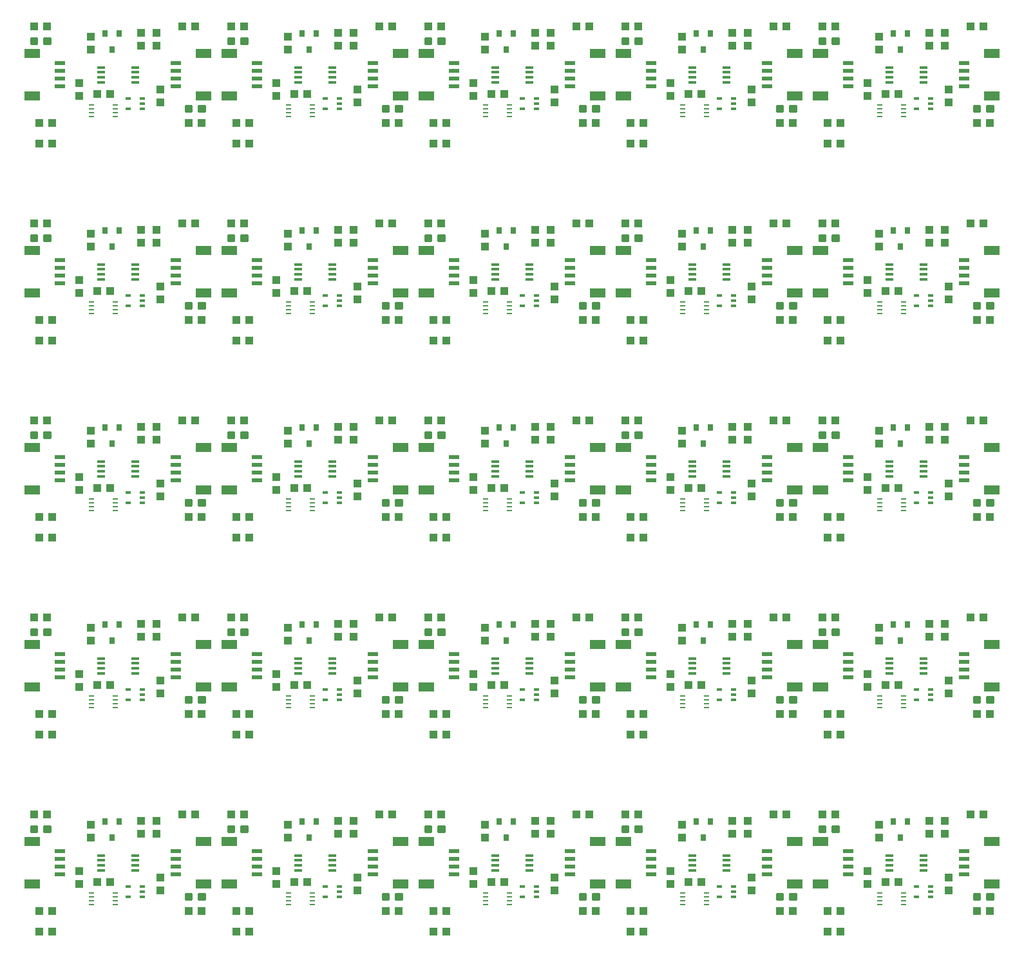
<source format=gtp>
G04 EAGLE Gerber RS-274X export*
G75*
%MOMM*%
%FSLAX34Y34*%
%LPD*%
%INSolderpaste Top*%
%IPPOS*%
%AMOC8*
5,1,8,0,0,1.08239X$1,22.5*%
G01*
%ADD10R,1.100000X1.000000*%
%ADD11R,2.000000X1.200000*%
%ADD12R,1.350000X0.600000*%
%ADD13C,0.300000*%
%ADD14R,1.000000X1.100000*%
%ADD15R,1.100000X0.400000*%
%ADD16R,0.800000X0.900000*%
%ADD17R,0.700000X0.420000*%
%ADD18R,0.750000X0.250000*%


D10*
X40250Y63500D03*
X23250Y63500D03*
X40250Y36830D03*
X23250Y36830D03*
D11*
X14050Y155000D03*
X14050Y99000D03*
D12*
X50800Y142000D03*
X50800Y132000D03*
X50800Y122000D03*
X50800Y112000D03*
D11*
X239950Y99000D03*
X239950Y155000D03*
D12*
X203200Y112000D03*
X203200Y122000D03*
X203200Y132000D03*
X203200Y142000D03*
D10*
X16900Y190500D03*
X33900Y190500D03*
D13*
X30670Y174950D02*
X30670Y167950D01*
X30670Y174950D02*
X37670Y174950D01*
X37670Y167950D01*
X30670Y167950D01*
X30670Y170800D02*
X37670Y170800D01*
X37670Y173650D02*
X30670Y173650D01*
X13130Y174950D02*
X13130Y167950D01*
X13130Y174950D02*
X20130Y174950D01*
X20130Y167950D01*
X13130Y167950D01*
X13130Y170800D02*
X20130Y170800D01*
X20130Y173650D02*
X13130Y173650D01*
D14*
X182880Y107560D03*
X182880Y90560D03*
D15*
X149500Y117250D03*
X149500Y123750D03*
X149500Y130250D03*
X149500Y136750D03*
X104500Y136750D03*
X104500Y130250D03*
X104500Y123750D03*
X104500Y117250D03*
D14*
X76200Y116450D03*
X76200Y99450D03*
D13*
X223330Y86050D02*
X223330Y79050D01*
X216330Y79050D01*
X216330Y86050D01*
X223330Y86050D01*
X223330Y81900D02*
X216330Y81900D01*
X216330Y84750D02*
X223330Y84750D01*
X240870Y86050D02*
X240870Y79050D01*
X233870Y79050D01*
X233870Y86050D01*
X240870Y86050D01*
X240870Y81900D02*
X233870Y81900D01*
X233870Y84750D02*
X240870Y84750D01*
D10*
X237100Y63500D03*
X220100Y63500D03*
D16*
X128880Y181450D03*
X109880Y181450D03*
X119380Y160450D03*
D14*
X157480Y165490D03*
X157480Y182490D03*
X91440Y160410D03*
X91440Y177410D03*
D17*
X140360Y82400D03*
X140360Y95400D03*
X159360Y82400D03*
X159360Y95400D03*
X159360Y88900D03*
D14*
X177800Y182490D03*
X177800Y165490D03*
D10*
X211210Y190500D03*
X228210Y190500D03*
D18*
X92450Y87510D03*
X92450Y82510D03*
X92450Y77510D03*
X92450Y72510D03*
X123450Y87510D03*
X123450Y82510D03*
X123450Y77510D03*
X123450Y72510D03*
D10*
X116450Y101600D03*
X99450Y101600D03*
X299330Y63500D03*
X282330Y63500D03*
X299330Y36830D03*
X282330Y36830D03*
D11*
X273130Y155000D03*
X273130Y99000D03*
D12*
X309880Y142000D03*
X309880Y132000D03*
X309880Y122000D03*
X309880Y112000D03*
D11*
X499030Y99000D03*
X499030Y155000D03*
D12*
X462280Y112000D03*
X462280Y122000D03*
X462280Y132000D03*
X462280Y142000D03*
D10*
X275980Y190500D03*
X292980Y190500D03*
D13*
X289750Y174950D02*
X289750Y167950D01*
X289750Y174950D02*
X296750Y174950D01*
X296750Y167950D01*
X289750Y167950D01*
X289750Y170800D02*
X296750Y170800D01*
X296750Y173650D02*
X289750Y173650D01*
X272210Y174950D02*
X272210Y167950D01*
X272210Y174950D02*
X279210Y174950D01*
X279210Y167950D01*
X272210Y167950D01*
X272210Y170800D02*
X279210Y170800D01*
X279210Y173650D02*
X272210Y173650D01*
D14*
X441960Y107560D03*
X441960Y90560D03*
D15*
X408580Y117250D03*
X408580Y123750D03*
X408580Y130250D03*
X408580Y136750D03*
X363580Y136750D03*
X363580Y130250D03*
X363580Y123750D03*
X363580Y117250D03*
D14*
X335280Y116450D03*
X335280Y99450D03*
D13*
X482410Y86050D02*
X482410Y79050D01*
X475410Y79050D01*
X475410Y86050D01*
X482410Y86050D01*
X482410Y81900D02*
X475410Y81900D01*
X475410Y84750D02*
X482410Y84750D01*
X499950Y86050D02*
X499950Y79050D01*
X492950Y79050D01*
X492950Y86050D01*
X499950Y86050D01*
X499950Y81900D02*
X492950Y81900D01*
X492950Y84750D02*
X499950Y84750D01*
D10*
X496180Y63500D03*
X479180Y63500D03*
D16*
X387960Y181450D03*
X368960Y181450D03*
X378460Y160450D03*
D14*
X416560Y165490D03*
X416560Y182490D03*
X350520Y160410D03*
X350520Y177410D03*
D17*
X399440Y82400D03*
X399440Y95400D03*
X418440Y82400D03*
X418440Y95400D03*
X418440Y88900D03*
D14*
X436880Y182490D03*
X436880Y165490D03*
D10*
X470290Y190500D03*
X487290Y190500D03*
D18*
X351530Y87510D03*
X351530Y82510D03*
X351530Y77510D03*
X351530Y72510D03*
X382530Y87510D03*
X382530Y82510D03*
X382530Y77510D03*
X382530Y72510D03*
D10*
X375530Y101600D03*
X358530Y101600D03*
X558410Y63500D03*
X541410Y63500D03*
X558410Y36830D03*
X541410Y36830D03*
D11*
X532210Y155000D03*
X532210Y99000D03*
D12*
X568960Y142000D03*
X568960Y132000D03*
X568960Y122000D03*
X568960Y112000D03*
D11*
X758110Y99000D03*
X758110Y155000D03*
D12*
X721360Y112000D03*
X721360Y122000D03*
X721360Y132000D03*
X721360Y142000D03*
D10*
X535060Y190500D03*
X552060Y190500D03*
D13*
X548830Y174950D02*
X548830Y167950D01*
X548830Y174950D02*
X555830Y174950D01*
X555830Y167950D01*
X548830Y167950D01*
X548830Y170800D02*
X555830Y170800D01*
X555830Y173650D02*
X548830Y173650D01*
X531290Y174950D02*
X531290Y167950D01*
X531290Y174950D02*
X538290Y174950D01*
X538290Y167950D01*
X531290Y167950D01*
X531290Y170800D02*
X538290Y170800D01*
X538290Y173650D02*
X531290Y173650D01*
D14*
X701040Y107560D03*
X701040Y90560D03*
D15*
X667660Y117250D03*
X667660Y123750D03*
X667660Y130250D03*
X667660Y136750D03*
X622660Y136750D03*
X622660Y130250D03*
X622660Y123750D03*
X622660Y117250D03*
D14*
X594360Y116450D03*
X594360Y99450D03*
D13*
X741490Y86050D02*
X741490Y79050D01*
X734490Y79050D01*
X734490Y86050D01*
X741490Y86050D01*
X741490Y81900D02*
X734490Y81900D01*
X734490Y84750D02*
X741490Y84750D01*
X759030Y86050D02*
X759030Y79050D01*
X752030Y79050D01*
X752030Y86050D01*
X759030Y86050D01*
X759030Y81900D02*
X752030Y81900D01*
X752030Y84750D02*
X759030Y84750D01*
D10*
X755260Y63500D03*
X738260Y63500D03*
D16*
X647040Y181450D03*
X628040Y181450D03*
X637540Y160450D03*
D14*
X675640Y165490D03*
X675640Y182490D03*
X609600Y160410D03*
X609600Y177410D03*
D17*
X658520Y82400D03*
X658520Y95400D03*
X677520Y82400D03*
X677520Y95400D03*
X677520Y88900D03*
D14*
X695960Y182490D03*
X695960Y165490D03*
D10*
X729370Y190500D03*
X746370Y190500D03*
D18*
X610610Y87510D03*
X610610Y82510D03*
X610610Y77510D03*
X610610Y72510D03*
X641610Y87510D03*
X641610Y82510D03*
X641610Y77510D03*
X641610Y72510D03*
D10*
X634610Y101600D03*
X617610Y101600D03*
X817490Y63500D03*
X800490Y63500D03*
X817490Y36830D03*
X800490Y36830D03*
D11*
X791290Y155000D03*
X791290Y99000D03*
D12*
X828040Y142000D03*
X828040Y132000D03*
X828040Y122000D03*
X828040Y112000D03*
D11*
X1017190Y99000D03*
X1017190Y155000D03*
D12*
X980440Y112000D03*
X980440Y122000D03*
X980440Y132000D03*
X980440Y142000D03*
D10*
X794140Y190500D03*
X811140Y190500D03*
D13*
X807910Y174950D02*
X807910Y167950D01*
X807910Y174950D02*
X814910Y174950D01*
X814910Y167950D01*
X807910Y167950D01*
X807910Y170800D02*
X814910Y170800D01*
X814910Y173650D02*
X807910Y173650D01*
X790370Y174950D02*
X790370Y167950D01*
X790370Y174950D02*
X797370Y174950D01*
X797370Y167950D01*
X790370Y167950D01*
X790370Y170800D02*
X797370Y170800D01*
X797370Y173650D02*
X790370Y173650D01*
D14*
X960120Y107560D03*
X960120Y90560D03*
D15*
X926740Y117250D03*
X926740Y123750D03*
X926740Y130250D03*
X926740Y136750D03*
X881740Y136750D03*
X881740Y130250D03*
X881740Y123750D03*
X881740Y117250D03*
D14*
X853440Y116450D03*
X853440Y99450D03*
D13*
X1000570Y86050D02*
X1000570Y79050D01*
X993570Y79050D01*
X993570Y86050D01*
X1000570Y86050D01*
X1000570Y81900D02*
X993570Y81900D01*
X993570Y84750D02*
X1000570Y84750D01*
X1018110Y86050D02*
X1018110Y79050D01*
X1011110Y79050D01*
X1011110Y86050D01*
X1018110Y86050D01*
X1018110Y81900D02*
X1011110Y81900D01*
X1011110Y84750D02*
X1018110Y84750D01*
D10*
X1014340Y63500D03*
X997340Y63500D03*
D16*
X906120Y181450D03*
X887120Y181450D03*
X896620Y160450D03*
D14*
X934720Y165490D03*
X934720Y182490D03*
X868680Y160410D03*
X868680Y177410D03*
D17*
X917600Y82400D03*
X917600Y95400D03*
X936600Y82400D03*
X936600Y95400D03*
X936600Y88900D03*
D14*
X955040Y182490D03*
X955040Y165490D03*
D10*
X988450Y190500D03*
X1005450Y190500D03*
D18*
X869690Y87510D03*
X869690Y82510D03*
X869690Y77510D03*
X869690Y72510D03*
X900690Y87510D03*
X900690Y82510D03*
X900690Y77510D03*
X900690Y72510D03*
D10*
X893690Y101600D03*
X876690Y101600D03*
X1076570Y63500D03*
X1059570Y63500D03*
X1076570Y36830D03*
X1059570Y36830D03*
D11*
X1050370Y155000D03*
X1050370Y99000D03*
D12*
X1087120Y142000D03*
X1087120Y132000D03*
X1087120Y122000D03*
X1087120Y112000D03*
D11*
X1276270Y99000D03*
X1276270Y155000D03*
D12*
X1239520Y112000D03*
X1239520Y122000D03*
X1239520Y132000D03*
X1239520Y142000D03*
D10*
X1053220Y190500D03*
X1070220Y190500D03*
D13*
X1066990Y174950D02*
X1066990Y167950D01*
X1066990Y174950D02*
X1073990Y174950D01*
X1073990Y167950D01*
X1066990Y167950D01*
X1066990Y170800D02*
X1073990Y170800D01*
X1073990Y173650D02*
X1066990Y173650D01*
X1049450Y174950D02*
X1049450Y167950D01*
X1049450Y174950D02*
X1056450Y174950D01*
X1056450Y167950D01*
X1049450Y167950D01*
X1049450Y170800D02*
X1056450Y170800D01*
X1056450Y173650D02*
X1049450Y173650D01*
D14*
X1219200Y107560D03*
X1219200Y90560D03*
D15*
X1185820Y117250D03*
X1185820Y123750D03*
X1185820Y130250D03*
X1185820Y136750D03*
X1140820Y136750D03*
X1140820Y130250D03*
X1140820Y123750D03*
X1140820Y117250D03*
D14*
X1112520Y116450D03*
X1112520Y99450D03*
D13*
X1259650Y86050D02*
X1259650Y79050D01*
X1252650Y79050D01*
X1252650Y86050D01*
X1259650Y86050D01*
X1259650Y81900D02*
X1252650Y81900D01*
X1252650Y84750D02*
X1259650Y84750D01*
X1277190Y86050D02*
X1277190Y79050D01*
X1270190Y79050D01*
X1270190Y86050D01*
X1277190Y86050D01*
X1277190Y81900D02*
X1270190Y81900D01*
X1270190Y84750D02*
X1277190Y84750D01*
D10*
X1273420Y63500D03*
X1256420Y63500D03*
D16*
X1165200Y181450D03*
X1146200Y181450D03*
X1155700Y160450D03*
D14*
X1193800Y165490D03*
X1193800Y182490D03*
X1127760Y160410D03*
X1127760Y177410D03*
D17*
X1176680Y82400D03*
X1176680Y95400D03*
X1195680Y82400D03*
X1195680Y95400D03*
X1195680Y88900D03*
D14*
X1214120Y182490D03*
X1214120Y165490D03*
D10*
X1247530Y190500D03*
X1264530Y190500D03*
D18*
X1128770Y87510D03*
X1128770Y82510D03*
X1128770Y77510D03*
X1128770Y72510D03*
X1159770Y87510D03*
X1159770Y82510D03*
X1159770Y77510D03*
X1159770Y72510D03*
D10*
X1152770Y101600D03*
X1135770Y101600D03*
X40250Y322580D03*
X23250Y322580D03*
X40250Y295910D03*
X23250Y295910D03*
D11*
X14050Y414080D03*
X14050Y358080D03*
D12*
X50800Y401080D03*
X50800Y391080D03*
X50800Y381080D03*
X50800Y371080D03*
D11*
X239950Y358080D03*
X239950Y414080D03*
D12*
X203200Y371080D03*
X203200Y381080D03*
X203200Y391080D03*
X203200Y401080D03*
D10*
X16900Y449580D03*
X33900Y449580D03*
D13*
X30670Y434030D02*
X30670Y427030D01*
X30670Y434030D02*
X37670Y434030D01*
X37670Y427030D01*
X30670Y427030D01*
X30670Y429880D02*
X37670Y429880D01*
X37670Y432730D02*
X30670Y432730D01*
X13130Y434030D02*
X13130Y427030D01*
X13130Y434030D02*
X20130Y434030D01*
X20130Y427030D01*
X13130Y427030D01*
X13130Y429880D02*
X20130Y429880D01*
X20130Y432730D02*
X13130Y432730D01*
D14*
X182880Y366640D03*
X182880Y349640D03*
D15*
X149500Y376330D03*
X149500Y382830D03*
X149500Y389330D03*
X149500Y395830D03*
X104500Y395830D03*
X104500Y389330D03*
X104500Y382830D03*
X104500Y376330D03*
D14*
X76200Y375530D03*
X76200Y358530D03*
D13*
X223330Y345130D02*
X223330Y338130D01*
X216330Y338130D01*
X216330Y345130D01*
X223330Y345130D01*
X223330Y340980D02*
X216330Y340980D01*
X216330Y343830D02*
X223330Y343830D01*
X240870Y345130D02*
X240870Y338130D01*
X233870Y338130D01*
X233870Y345130D01*
X240870Y345130D01*
X240870Y340980D02*
X233870Y340980D01*
X233870Y343830D02*
X240870Y343830D01*
D10*
X237100Y322580D03*
X220100Y322580D03*
D16*
X128880Y440530D03*
X109880Y440530D03*
X119380Y419530D03*
D14*
X157480Y424570D03*
X157480Y441570D03*
X91440Y419490D03*
X91440Y436490D03*
D17*
X140360Y341480D03*
X140360Y354480D03*
X159360Y341480D03*
X159360Y354480D03*
X159360Y347980D03*
D14*
X177800Y441570D03*
X177800Y424570D03*
D10*
X211210Y449580D03*
X228210Y449580D03*
D18*
X92450Y346590D03*
X92450Y341590D03*
X92450Y336590D03*
X92450Y331590D03*
X123450Y346590D03*
X123450Y341590D03*
X123450Y336590D03*
X123450Y331590D03*
D10*
X116450Y360680D03*
X99450Y360680D03*
X299330Y322580D03*
X282330Y322580D03*
X299330Y295910D03*
X282330Y295910D03*
D11*
X273130Y414080D03*
X273130Y358080D03*
D12*
X309880Y401080D03*
X309880Y391080D03*
X309880Y381080D03*
X309880Y371080D03*
D11*
X499030Y358080D03*
X499030Y414080D03*
D12*
X462280Y371080D03*
X462280Y381080D03*
X462280Y391080D03*
X462280Y401080D03*
D10*
X275980Y449580D03*
X292980Y449580D03*
D13*
X289750Y434030D02*
X289750Y427030D01*
X289750Y434030D02*
X296750Y434030D01*
X296750Y427030D01*
X289750Y427030D01*
X289750Y429880D02*
X296750Y429880D01*
X296750Y432730D02*
X289750Y432730D01*
X272210Y434030D02*
X272210Y427030D01*
X272210Y434030D02*
X279210Y434030D01*
X279210Y427030D01*
X272210Y427030D01*
X272210Y429880D02*
X279210Y429880D01*
X279210Y432730D02*
X272210Y432730D01*
D14*
X441960Y366640D03*
X441960Y349640D03*
D15*
X408580Y376330D03*
X408580Y382830D03*
X408580Y389330D03*
X408580Y395830D03*
X363580Y395830D03*
X363580Y389330D03*
X363580Y382830D03*
X363580Y376330D03*
D14*
X335280Y375530D03*
X335280Y358530D03*
D13*
X482410Y345130D02*
X482410Y338130D01*
X475410Y338130D01*
X475410Y345130D01*
X482410Y345130D01*
X482410Y340980D02*
X475410Y340980D01*
X475410Y343830D02*
X482410Y343830D01*
X499950Y345130D02*
X499950Y338130D01*
X492950Y338130D01*
X492950Y345130D01*
X499950Y345130D01*
X499950Y340980D02*
X492950Y340980D01*
X492950Y343830D02*
X499950Y343830D01*
D10*
X496180Y322580D03*
X479180Y322580D03*
D16*
X387960Y440530D03*
X368960Y440530D03*
X378460Y419530D03*
D14*
X416560Y424570D03*
X416560Y441570D03*
X350520Y419490D03*
X350520Y436490D03*
D17*
X399440Y341480D03*
X399440Y354480D03*
X418440Y341480D03*
X418440Y354480D03*
X418440Y347980D03*
D14*
X436880Y441570D03*
X436880Y424570D03*
D10*
X470290Y449580D03*
X487290Y449580D03*
D18*
X351530Y346590D03*
X351530Y341590D03*
X351530Y336590D03*
X351530Y331590D03*
X382530Y346590D03*
X382530Y341590D03*
X382530Y336590D03*
X382530Y331590D03*
D10*
X375530Y360680D03*
X358530Y360680D03*
X558410Y322580D03*
X541410Y322580D03*
X558410Y295910D03*
X541410Y295910D03*
D11*
X532210Y414080D03*
X532210Y358080D03*
D12*
X568960Y401080D03*
X568960Y391080D03*
X568960Y381080D03*
X568960Y371080D03*
D11*
X758110Y358080D03*
X758110Y414080D03*
D12*
X721360Y371080D03*
X721360Y381080D03*
X721360Y391080D03*
X721360Y401080D03*
D10*
X535060Y449580D03*
X552060Y449580D03*
D13*
X548830Y434030D02*
X548830Y427030D01*
X548830Y434030D02*
X555830Y434030D01*
X555830Y427030D01*
X548830Y427030D01*
X548830Y429880D02*
X555830Y429880D01*
X555830Y432730D02*
X548830Y432730D01*
X531290Y434030D02*
X531290Y427030D01*
X531290Y434030D02*
X538290Y434030D01*
X538290Y427030D01*
X531290Y427030D01*
X531290Y429880D02*
X538290Y429880D01*
X538290Y432730D02*
X531290Y432730D01*
D14*
X701040Y366640D03*
X701040Y349640D03*
D15*
X667660Y376330D03*
X667660Y382830D03*
X667660Y389330D03*
X667660Y395830D03*
X622660Y395830D03*
X622660Y389330D03*
X622660Y382830D03*
X622660Y376330D03*
D14*
X594360Y375530D03*
X594360Y358530D03*
D13*
X741490Y345130D02*
X741490Y338130D01*
X734490Y338130D01*
X734490Y345130D01*
X741490Y345130D01*
X741490Y340980D02*
X734490Y340980D01*
X734490Y343830D02*
X741490Y343830D01*
X759030Y345130D02*
X759030Y338130D01*
X752030Y338130D01*
X752030Y345130D01*
X759030Y345130D01*
X759030Y340980D02*
X752030Y340980D01*
X752030Y343830D02*
X759030Y343830D01*
D10*
X755260Y322580D03*
X738260Y322580D03*
D16*
X647040Y440530D03*
X628040Y440530D03*
X637540Y419530D03*
D14*
X675640Y424570D03*
X675640Y441570D03*
X609600Y419490D03*
X609600Y436490D03*
D17*
X658520Y341480D03*
X658520Y354480D03*
X677520Y341480D03*
X677520Y354480D03*
X677520Y347980D03*
D14*
X695960Y441570D03*
X695960Y424570D03*
D10*
X729370Y449580D03*
X746370Y449580D03*
D18*
X610610Y346590D03*
X610610Y341590D03*
X610610Y336590D03*
X610610Y331590D03*
X641610Y346590D03*
X641610Y341590D03*
X641610Y336590D03*
X641610Y331590D03*
D10*
X634610Y360680D03*
X617610Y360680D03*
X817490Y322580D03*
X800490Y322580D03*
X817490Y295910D03*
X800490Y295910D03*
D11*
X791290Y414080D03*
X791290Y358080D03*
D12*
X828040Y401080D03*
X828040Y391080D03*
X828040Y381080D03*
X828040Y371080D03*
D11*
X1017190Y358080D03*
X1017190Y414080D03*
D12*
X980440Y371080D03*
X980440Y381080D03*
X980440Y391080D03*
X980440Y401080D03*
D10*
X794140Y449580D03*
X811140Y449580D03*
D13*
X807910Y434030D02*
X807910Y427030D01*
X807910Y434030D02*
X814910Y434030D01*
X814910Y427030D01*
X807910Y427030D01*
X807910Y429880D02*
X814910Y429880D01*
X814910Y432730D02*
X807910Y432730D01*
X790370Y434030D02*
X790370Y427030D01*
X790370Y434030D02*
X797370Y434030D01*
X797370Y427030D01*
X790370Y427030D01*
X790370Y429880D02*
X797370Y429880D01*
X797370Y432730D02*
X790370Y432730D01*
D14*
X960120Y366640D03*
X960120Y349640D03*
D15*
X926740Y376330D03*
X926740Y382830D03*
X926740Y389330D03*
X926740Y395830D03*
X881740Y395830D03*
X881740Y389330D03*
X881740Y382830D03*
X881740Y376330D03*
D14*
X853440Y375530D03*
X853440Y358530D03*
D13*
X1000570Y345130D02*
X1000570Y338130D01*
X993570Y338130D01*
X993570Y345130D01*
X1000570Y345130D01*
X1000570Y340980D02*
X993570Y340980D01*
X993570Y343830D02*
X1000570Y343830D01*
X1018110Y345130D02*
X1018110Y338130D01*
X1011110Y338130D01*
X1011110Y345130D01*
X1018110Y345130D01*
X1018110Y340980D02*
X1011110Y340980D01*
X1011110Y343830D02*
X1018110Y343830D01*
D10*
X1014340Y322580D03*
X997340Y322580D03*
D16*
X906120Y440530D03*
X887120Y440530D03*
X896620Y419530D03*
D14*
X934720Y424570D03*
X934720Y441570D03*
X868680Y419490D03*
X868680Y436490D03*
D17*
X917600Y341480D03*
X917600Y354480D03*
X936600Y341480D03*
X936600Y354480D03*
X936600Y347980D03*
D14*
X955040Y441570D03*
X955040Y424570D03*
D10*
X988450Y449580D03*
X1005450Y449580D03*
D18*
X869690Y346590D03*
X869690Y341590D03*
X869690Y336590D03*
X869690Y331590D03*
X900690Y346590D03*
X900690Y341590D03*
X900690Y336590D03*
X900690Y331590D03*
D10*
X893690Y360680D03*
X876690Y360680D03*
X1076570Y322580D03*
X1059570Y322580D03*
X1076570Y295910D03*
X1059570Y295910D03*
D11*
X1050370Y414080D03*
X1050370Y358080D03*
D12*
X1087120Y401080D03*
X1087120Y391080D03*
X1087120Y381080D03*
X1087120Y371080D03*
D11*
X1276270Y358080D03*
X1276270Y414080D03*
D12*
X1239520Y371080D03*
X1239520Y381080D03*
X1239520Y391080D03*
X1239520Y401080D03*
D10*
X1053220Y449580D03*
X1070220Y449580D03*
D13*
X1066990Y434030D02*
X1066990Y427030D01*
X1066990Y434030D02*
X1073990Y434030D01*
X1073990Y427030D01*
X1066990Y427030D01*
X1066990Y429880D02*
X1073990Y429880D01*
X1073990Y432730D02*
X1066990Y432730D01*
X1049450Y434030D02*
X1049450Y427030D01*
X1049450Y434030D02*
X1056450Y434030D01*
X1056450Y427030D01*
X1049450Y427030D01*
X1049450Y429880D02*
X1056450Y429880D01*
X1056450Y432730D02*
X1049450Y432730D01*
D14*
X1219200Y366640D03*
X1219200Y349640D03*
D15*
X1185820Y376330D03*
X1185820Y382830D03*
X1185820Y389330D03*
X1185820Y395830D03*
X1140820Y395830D03*
X1140820Y389330D03*
X1140820Y382830D03*
X1140820Y376330D03*
D14*
X1112520Y375530D03*
X1112520Y358530D03*
D13*
X1259650Y345130D02*
X1259650Y338130D01*
X1252650Y338130D01*
X1252650Y345130D01*
X1259650Y345130D01*
X1259650Y340980D02*
X1252650Y340980D01*
X1252650Y343830D02*
X1259650Y343830D01*
X1277190Y345130D02*
X1277190Y338130D01*
X1270190Y338130D01*
X1270190Y345130D01*
X1277190Y345130D01*
X1277190Y340980D02*
X1270190Y340980D01*
X1270190Y343830D02*
X1277190Y343830D01*
D10*
X1273420Y322580D03*
X1256420Y322580D03*
D16*
X1165200Y440530D03*
X1146200Y440530D03*
X1155700Y419530D03*
D14*
X1193800Y424570D03*
X1193800Y441570D03*
X1127760Y419490D03*
X1127760Y436490D03*
D17*
X1176680Y341480D03*
X1176680Y354480D03*
X1195680Y341480D03*
X1195680Y354480D03*
X1195680Y347980D03*
D14*
X1214120Y441570D03*
X1214120Y424570D03*
D10*
X1247530Y449580D03*
X1264530Y449580D03*
D18*
X1128770Y346590D03*
X1128770Y341590D03*
X1128770Y336590D03*
X1128770Y331590D03*
X1159770Y346590D03*
X1159770Y341590D03*
X1159770Y336590D03*
X1159770Y331590D03*
D10*
X1152770Y360680D03*
X1135770Y360680D03*
X40250Y581660D03*
X23250Y581660D03*
X40250Y554990D03*
X23250Y554990D03*
D11*
X14050Y673160D03*
X14050Y617160D03*
D12*
X50800Y660160D03*
X50800Y650160D03*
X50800Y640160D03*
X50800Y630160D03*
D11*
X239950Y617160D03*
X239950Y673160D03*
D12*
X203200Y630160D03*
X203200Y640160D03*
X203200Y650160D03*
X203200Y660160D03*
D10*
X16900Y708660D03*
X33900Y708660D03*
D13*
X30670Y693110D02*
X30670Y686110D01*
X30670Y693110D02*
X37670Y693110D01*
X37670Y686110D01*
X30670Y686110D01*
X30670Y688960D02*
X37670Y688960D01*
X37670Y691810D02*
X30670Y691810D01*
X13130Y693110D02*
X13130Y686110D01*
X13130Y693110D02*
X20130Y693110D01*
X20130Y686110D01*
X13130Y686110D01*
X13130Y688960D02*
X20130Y688960D01*
X20130Y691810D02*
X13130Y691810D01*
D14*
X182880Y625720D03*
X182880Y608720D03*
D15*
X149500Y635410D03*
X149500Y641910D03*
X149500Y648410D03*
X149500Y654910D03*
X104500Y654910D03*
X104500Y648410D03*
X104500Y641910D03*
X104500Y635410D03*
D14*
X76200Y634610D03*
X76200Y617610D03*
D13*
X223330Y604210D02*
X223330Y597210D01*
X216330Y597210D01*
X216330Y604210D01*
X223330Y604210D01*
X223330Y600060D02*
X216330Y600060D01*
X216330Y602910D02*
X223330Y602910D01*
X240870Y604210D02*
X240870Y597210D01*
X233870Y597210D01*
X233870Y604210D01*
X240870Y604210D01*
X240870Y600060D02*
X233870Y600060D01*
X233870Y602910D02*
X240870Y602910D01*
D10*
X237100Y581660D03*
X220100Y581660D03*
D16*
X128880Y699610D03*
X109880Y699610D03*
X119380Y678610D03*
D14*
X157480Y683650D03*
X157480Y700650D03*
X91440Y678570D03*
X91440Y695570D03*
D17*
X140360Y600560D03*
X140360Y613560D03*
X159360Y600560D03*
X159360Y613560D03*
X159360Y607060D03*
D14*
X177800Y700650D03*
X177800Y683650D03*
D10*
X211210Y708660D03*
X228210Y708660D03*
D18*
X92450Y605670D03*
X92450Y600670D03*
X92450Y595670D03*
X92450Y590670D03*
X123450Y605670D03*
X123450Y600670D03*
X123450Y595670D03*
X123450Y590670D03*
D10*
X116450Y619760D03*
X99450Y619760D03*
X299330Y581660D03*
X282330Y581660D03*
X299330Y554990D03*
X282330Y554990D03*
D11*
X273130Y673160D03*
X273130Y617160D03*
D12*
X309880Y660160D03*
X309880Y650160D03*
X309880Y640160D03*
X309880Y630160D03*
D11*
X499030Y617160D03*
X499030Y673160D03*
D12*
X462280Y630160D03*
X462280Y640160D03*
X462280Y650160D03*
X462280Y660160D03*
D10*
X275980Y708660D03*
X292980Y708660D03*
D13*
X289750Y693110D02*
X289750Y686110D01*
X289750Y693110D02*
X296750Y693110D01*
X296750Y686110D01*
X289750Y686110D01*
X289750Y688960D02*
X296750Y688960D01*
X296750Y691810D02*
X289750Y691810D01*
X272210Y693110D02*
X272210Y686110D01*
X272210Y693110D02*
X279210Y693110D01*
X279210Y686110D01*
X272210Y686110D01*
X272210Y688960D02*
X279210Y688960D01*
X279210Y691810D02*
X272210Y691810D01*
D14*
X441960Y625720D03*
X441960Y608720D03*
D15*
X408580Y635410D03*
X408580Y641910D03*
X408580Y648410D03*
X408580Y654910D03*
X363580Y654910D03*
X363580Y648410D03*
X363580Y641910D03*
X363580Y635410D03*
D14*
X335280Y634610D03*
X335280Y617610D03*
D13*
X482410Y604210D02*
X482410Y597210D01*
X475410Y597210D01*
X475410Y604210D01*
X482410Y604210D01*
X482410Y600060D02*
X475410Y600060D01*
X475410Y602910D02*
X482410Y602910D01*
X499950Y604210D02*
X499950Y597210D01*
X492950Y597210D01*
X492950Y604210D01*
X499950Y604210D01*
X499950Y600060D02*
X492950Y600060D01*
X492950Y602910D02*
X499950Y602910D01*
D10*
X496180Y581660D03*
X479180Y581660D03*
D16*
X387960Y699610D03*
X368960Y699610D03*
X378460Y678610D03*
D14*
X416560Y683650D03*
X416560Y700650D03*
X350520Y678570D03*
X350520Y695570D03*
D17*
X399440Y600560D03*
X399440Y613560D03*
X418440Y600560D03*
X418440Y613560D03*
X418440Y607060D03*
D14*
X436880Y700650D03*
X436880Y683650D03*
D10*
X470290Y708660D03*
X487290Y708660D03*
D18*
X351530Y605670D03*
X351530Y600670D03*
X351530Y595670D03*
X351530Y590670D03*
X382530Y605670D03*
X382530Y600670D03*
X382530Y595670D03*
X382530Y590670D03*
D10*
X375530Y619760D03*
X358530Y619760D03*
X558410Y581660D03*
X541410Y581660D03*
X558410Y554990D03*
X541410Y554990D03*
D11*
X532210Y673160D03*
X532210Y617160D03*
D12*
X568960Y660160D03*
X568960Y650160D03*
X568960Y640160D03*
X568960Y630160D03*
D11*
X758110Y617160D03*
X758110Y673160D03*
D12*
X721360Y630160D03*
X721360Y640160D03*
X721360Y650160D03*
X721360Y660160D03*
D10*
X535060Y708660D03*
X552060Y708660D03*
D13*
X548830Y693110D02*
X548830Y686110D01*
X548830Y693110D02*
X555830Y693110D01*
X555830Y686110D01*
X548830Y686110D01*
X548830Y688960D02*
X555830Y688960D01*
X555830Y691810D02*
X548830Y691810D01*
X531290Y693110D02*
X531290Y686110D01*
X531290Y693110D02*
X538290Y693110D01*
X538290Y686110D01*
X531290Y686110D01*
X531290Y688960D02*
X538290Y688960D01*
X538290Y691810D02*
X531290Y691810D01*
D14*
X701040Y625720D03*
X701040Y608720D03*
D15*
X667660Y635410D03*
X667660Y641910D03*
X667660Y648410D03*
X667660Y654910D03*
X622660Y654910D03*
X622660Y648410D03*
X622660Y641910D03*
X622660Y635410D03*
D14*
X594360Y634610D03*
X594360Y617610D03*
D13*
X741490Y604210D02*
X741490Y597210D01*
X734490Y597210D01*
X734490Y604210D01*
X741490Y604210D01*
X741490Y600060D02*
X734490Y600060D01*
X734490Y602910D02*
X741490Y602910D01*
X759030Y604210D02*
X759030Y597210D01*
X752030Y597210D01*
X752030Y604210D01*
X759030Y604210D01*
X759030Y600060D02*
X752030Y600060D01*
X752030Y602910D02*
X759030Y602910D01*
D10*
X755260Y581660D03*
X738260Y581660D03*
D16*
X647040Y699610D03*
X628040Y699610D03*
X637540Y678610D03*
D14*
X675640Y683650D03*
X675640Y700650D03*
X609600Y678570D03*
X609600Y695570D03*
D17*
X658520Y600560D03*
X658520Y613560D03*
X677520Y600560D03*
X677520Y613560D03*
X677520Y607060D03*
D14*
X695960Y700650D03*
X695960Y683650D03*
D10*
X729370Y708660D03*
X746370Y708660D03*
D18*
X610610Y605670D03*
X610610Y600670D03*
X610610Y595670D03*
X610610Y590670D03*
X641610Y605670D03*
X641610Y600670D03*
X641610Y595670D03*
X641610Y590670D03*
D10*
X634610Y619760D03*
X617610Y619760D03*
X817490Y581660D03*
X800490Y581660D03*
X817490Y554990D03*
X800490Y554990D03*
D11*
X791290Y673160D03*
X791290Y617160D03*
D12*
X828040Y660160D03*
X828040Y650160D03*
X828040Y640160D03*
X828040Y630160D03*
D11*
X1017190Y617160D03*
X1017190Y673160D03*
D12*
X980440Y630160D03*
X980440Y640160D03*
X980440Y650160D03*
X980440Y660160D03*
D10*
X794140Y708660D03*
X811140Y708660D03*
D13*
X807910Y693110D02*
X807910Y686110D01*
X807910Y693110D02*
X814910Y693110D01*
X814910Y686110D01*
X807910Y686110D01*
X807910Y688960D02*
X814910Y688960D01*
X814910Y691810D02*
X807910Y691810D01*
X790370Y693110D02*
X790370Y686110D01*
X790370Y693110D02*
X797370Y693110D01*
X797370Y686110D01*
X790370Y686110D01*
X790370Y688960D02*
X797370Y688960D01*
X797370Y691810D02*
X790370Y691810D01*
D14*
X960120Y625720D03*
X960120Y608720D03*
D15*
X926740Y635410D03*
X926740Y641910D03*
X926740Y648410D03*
X926740Y654910D03*
X881740Y654910D03*
X881740Y648410D03*
X881740Y641910D03*
X881740Y635410D03*
D14*
X853440Y634610D03*
X853440Y617610D03*
D13*
X1000570Y604210D02*
X1000570Y597210D01*
X993570Y597210D01*
X993570Y604210D01*
X1000570Y604210D01*
X1000570Y600060D02*
X993570Y600060D01*
X993570Y602910D02*
X1000570Y602910D01*
X1018110Y604210D02*
X1018110Y597210D01*
X1011110Y597210D01*
X1011110Y604210D01*
X1018110Y604210D01*
X1018110Y600060D02*
X1011110Y600060D01*
X1011110Y602910D02*
X1018110Y602910D01*
D10*
X1014340Y581660D03*
X997340Y581660D03*
D16*
X906120Y699610D03*
X887120Y699610D03*
X896620Y678610D03*
D14*
X934720Y683650D03*
X934720Y700650D03*
X868680Y678570D03*
X868680Y695570D03*
D17*
X917600Y600560D03*
X917600Y613560D03*
X936600Y600560D03*
X936600Y613560D03*
X936600Y607060D03*
D14*
X955040Y700650D03*
X955040Y683650D03*
D10*
X988450Y708660D03*
X1005450Y708660D03*
D18*
X869690Y605670D03*
X869690Y600670D03*
X869690Y595670D03*
X869690Y590670D03*
X900690Y605670D03*
X900690Y600670D03*
X900690Y595670D03*
X900690Y590670D03*
D10*
X893690Y619760D03*
X876690Y619760D03*
X1076570Y581660D03*
X1059570Y581660D03*
X1076570Y554990D03*
X1059570Y554990D03*
D11*
X1050370Y673160D03*
X1050370Y617160D03*
D12*
X1087120Y660160D03*
X1087120Y650160D03*
X1087120Y640160D03*
X1087120Y630160D03*
D11*
X1276270Y617160D03*
X1276270Y673160D03*
D12*
X1239520Y630160D03*
X1239520Y640160D03*
X1239520Y650160D03*
X1239520Y660160D03*
D10*
X1053220Y708660D03*
X1070220Y708660D03*
D13*
X1066990Y693110D02*
X1066990Y686110D01*
X1066990Y693110D02*
X1073990Y693110D01*
X1073990Y686110D01*
X1066990Y686110D01*
X1066990Y688960D02*
X1073990Y688960D01*
X1073990Y691810D02*
X1066990Y691810D01*
X1049450Y693110D02*
X1049450Y686110D01*
X1049450Y693110D02*
X1056450Y693110D01*
X1056450Y686110D01*
X1049450Y686110D01*
X1049450Y688960D02*
X1056450Y688960D01*
X1056450Y691810D02*
X1049450Y691810D01*
D14*
X1219200Y625720D03*
X1219200Y608720D03*
D15*
X1185820Y635410D03*
X1185820Y641910D03*
X1185820Y648410D03*
X1185820Y654910D03*
X1140820Y654910D03*
X1140820Y648410D03*
X1140820Y641910D03*
X1140820Y635410D03*
D14*
X1112520Y634610D03*
X1112520Y617610D03*
D13*
X1259650Y604210D02*
X1259650Y597210D01*
X1252650Y597210D01*
X1252650Y604210D01*
X1259650Y604210D01*
X1259650Y600060D02*
X1252650Y600060D01*
X1252650Y602910D02*
X1259650Y602910D01*
X1277190Y604210D02*
X1277190Y597210D01*
X1270190Y597210D01*
X1270190Y604210D01*
X1277190Y604210D01*
X1277190Y600060D02*
X1270190Y600060D01*
X1270190Y602910D02*
X1277190Y602910D01*
D10*
X1273420Y581660D03*
X1256420Y581660D03*
D16*
X1165200Y699610D03*
X1146200Y699610D03*
X1155700Y678610D03*
D14*
X1193800Y683650D03*
X1193800Y700650D03*
X1127760Y678570D03*
X1127760Y695570D03*
D17*
X1176680Y600560D03*
X1176680Y613560D03*
X1195680Y600560D03*
X1195680Y613560D03*
X1195680Y607060D03*
D14*
X1214120Y700650D03*
X1214120Y683650D03*
D10*
X1247530Y708660D03*
X1264530Y708660D03*
D18*
X1128770Y605670D03*
X1128770Y600670D03*
X1128770Y595670D03*
X1128770Y590670D03*
X1159770Y605670D03*
X1159770Y600670D03*
X1159770Y595670D03*
X1159770Y590670D03*
D10*
X1152770Y619760D03*
X1135770Y619760D03*
X40250Y840740D03*
X23250Y840740D03*
X40250Y814070D03*
X23250Y814070D03*
D11*
X14050Y932240D03*
X14050Y876240D03*
D12*
X50800Y919240D03*
X50800Y909240D03*
X50800Y899240D03*
X50800Y889240D03*
D11*
X239950Y876240D03*
X239950Y932240D03*
D12*
X203200Y889240D03*
X203200Y899240D03*
X203200Y909240D03*
X203200Y919240D03*
D10*
X16900Y967740D03*
X33900Y967740D03*
D13*
X30670Y952190D02*
X30670Y945190D01*
X30670Y952190D02*
X37670Y952190D01*
X37670Y945190D01*
X30670Y945190D01*
X30670Y948040D02*
X37670Y948040D01*
X37670Y950890D02*
X30670Y950890D01*
X13130Y952190D02*
X13130Y945190D01*
X13130Y952190D02*
X20130Y952190D01*
X20130Y945190D01*
X13130Y945190D01*
X13130Y948040D02*
X20130Y948040D01*
X20130Y950890D02*
X13130Y950890D01*
D14*
X182880Y884800D03*
X182880Y867800D03*
D15*
X149500Y894490D03*
X149500Y900990D03*
X149500Y907490D03*
X149500Y913990D03*
X104500Y913990D03*
X104500Y907490D03*
X104500Y900990D03*
X104500Y894490D03*
D14*
X76200Y893690D03*
X76200Y876690D03*
D13*
X223330Y863290D02*
X223330Y856290D01*
X216330Y856290D01*
X216330Y863290D01*
X223330Y863290D01*
X223330Y859140D02*
X216330Y859140D01*
X216330Y861990D02*
X223330Y861990D01*
X240870Y863290D02*
X240870Y856290D01*
X233870Y856290D01*
X233870Y863290D01*
X240870Y863290D01*
X240870Y859140D02*
X233870Y859140D01*
X233870Y861990D02*
X240870Y861990D01*
D10*
X237100Y840740D03*
X220100Y840740D03*
D16*
X128880Y958690D03*
X109880Y958690D03*
X119380Y937690D03*
D14*
X157480Y942730D03*
X157480Y959730D03*
X91440Y937650D03*
X91440Y954650D03*
D17*
X140360Y859640D03*
X140360Y872640D03*
X159360Y859640D03*
X159360Y872640D03*
X159360Y866140D03*
D14*
X177800Y959730D03*
X177800Y942730D03*
D10*
X211210Y967740D03*
X228210Y967740D03*
D18*
X92450Y864750D03*
X92450Y859750D03*
X92450Y854750D03*
X92450Y849750D03*
X123450Y864750D03*
X123450Y859750D03*
X123450Y854750D03*
X123450Y849750D03*
D10*
X116450Y878840D03*
X99450Y878840D03*
X299330Y840740D03*
X282330Y840740D03*
X299330Y814070D03*
X282330Y814070D03*
D11*
X273130Y932240D03*
X273130Y876240D03*
D12*
X309880Y919240D03*
X309880Y909240D03*
X309880Y899240D03*
X309880Y889240D03*
D11*
X499030Y876240D03*
X499030Y932240D03*
D12*
X462280Y889240D03*
X462280Y899240D03*
X462280Y909240D03*
X462280Y919240D03*
D10*
X275980Y967740D03*
X292980Y967740D03*
D13*
X289750Y952190D02*
X289750Y945190D01*
X289750Y952190D02*
X296750Y952190D01*
X296750Y945190D01*
X289750Y945190D01*
X289750Y948040D02*
X296750Y948040D01*
X296750Y950890D02*
X289750Y950890D01*
X272210Y952190D02*
X272210Y945190D01*
X272210Y952190D02*
X279210Y952190D01*
X279210Y945190D01*
X272210Y945190D01*
X272210Y948040D02*
X279210Y948040D01*
X279210Y950890D02*
X272210Y950890D01*
D14*
X441960Y884800D03*
X441960Y867800D03*
D15*
X408580Y894490D03*
X408580Y900990D03*
X408580Y907490D03*
X408580Y913990D03*
X363580Y913990D03*
X363580Y907490D03*
X363580Y900990D03*
X363580Y894490D03*
D14*
X335280Y893690D03*
X335280Y876690D03*
D13*
X482410Y863290D02*
X482410Y856290D01*
X475410Y856290D01*
X475410Y863290D01*
X482410Y863290D01*
X482410Y859140D02*
X475410Y859140D01*
X475410Y861990D02*
X482410Y861990D01*
X499950Y863290D02*
X499950Y856290D01*
X492950Y856290D01*
X492950Y863290D01*
X499950Y863290D01*
X499950Y859140D02*
X492950Y859140D01*
X492950Y861990D02*
X499950Y861990D01*
D10*
X496180Y840740D03*
X479180Y840740D03*
D16*
X387960Y958690D03*
X368960Y958690D03*
X378460Y937690D03*
D14*
X416560Y942730D03*
X416560Y959730D03*
X350520Y937650D03*
X350520Y954650D03*
D17*
X399440Y859640D03*
X399440Y872640D03*
X418440Y859640D03*
X418440Y872640D03*
X418440Y866140D03*
D14*
X436880Y959730D03*
X436880Y942730D03*
D10*
X470290Y967740D03*
X487290Y967740D03*
D18*
X351530Y864750D03*
X351530Y859750D03*
X351530Y854750D03*
X351530Y849750D03*
X382530Y864750D03*
X382530Y859750D03*
X382530Y854750D03*
X382530Y849750D03*
D10*
X375530Y878840D03*
X358530Y878840D03*
X558410Y840740D03*
X541410Y840740D03*
X558410Y814070D03*
X541410Y814070D03*
D11*
X532210Y932240D03*
X532210Y876240D03*
D12*
X568960Y919240D03*
X568960Y909240D03*
X568960Y899240D03*
X568960Y889240D03*
D11*
X758110Y876240D03*
X758110Y932240D03*
D12*
X721360Y889240D03*
X721360Y899240D03*
X721360Y909240D03*
X721360Y919240D03*
D10*
X535060Y967740D03*
X552060Y967740D03*
D13*
X548830Y952190D02*
X548830Y945190D01*
X548830Y952190D02*
X555830Y952190D01*
X555830Y945190D01*
X548830Y945190D01*
X548830Y948040D02*
X555830Y948040D01*
X555830Y950890D02*
X548830Y950890D01*
X531290Y952190D02*
X531290Y945190D01*
X531290Y952190D02*
X538290Y952190D01*
X538290Y945190D01*
X531290Y945190D01*
X531290Y948040D02*
X538290Y948040D01*
X538290Y950890D02*
X531290Y950890D01*
D14*
X701040Y884800D03*
X701040Y867800D03*
D15*
X667660Y894490D03*
X667660Y900990D03*
X667660Y907490D03*
X667660Y913990D03*
X622660Y913990D03*
X622660Y907490D03*
X622660Y900990D03*
X622660Y894490D03*
D14*
X594360Y893690D03*
X594360Y876690D03*
D13*
X741490Y863290D02*
X741490Y856290D01*
X734490Y856290D01*
X734490Y863290D01*
X741490Y863290D01*
X741490Y859140D02*
X734490Y859140D01*
X734490Y861990D02*
X741490Y861990D01*
X759030Y863290D02*
X759030Y856290D01*
X752030Y856290D01*
X752030Y863290D01*
X759030Y863290D01*
X759030Y859140D02*
X752030Y859140D01*
X752030Y861990D02*
X759030Y861990D01*
D10*
X755260Y840740D03*
X738260Y840740D03*
D16*
X647040Y958690D03*
X628040Y958690D03*
X637540Y937690D03*
D14*
X675640Y942730D03*
X675640Y959730D03*
X609600Y937650D03*
X609600Y954650D03*
D17*
X658520Y859640D03*
X658520Y872640D03*
X677520Y859640D03*
X677520Y872640D03*
X677520Y866140D03*
D14*
X695960Y959730D03*
X695960Y942730D03*
D10*
X729370Y967740D03*
X746370Y967740D03*
D18*
X610610Y864750D03*
X610610Y859750D03*
X610610Y854750D03*
X610610Y849750D03*
X641610Y864750D03*
X641610Y859750D03*
X641610Y854750D03*
X641610Y849750D03*
D10*
X634610Y878840D03*
X617610Y878840D03*
X817490Y840740D03*
X800490Y840740D03*
X817490Y814070D03*
X800490Y814070D03*
D11*
X791290Y932240D03*
X791290Y876240D03*
D12*
X828040Y919240D03*
X828040Y909240D03*
X828040Y899240D03*
X828040Y889240D03*
D11*
X1017190Y876240D03*
X1017190Y932240D03*
D12*
X980440Y889240D03*
X980440Y899240D03*
X980440Y909240D03*
X980440Y919240D03*
D10*
X794140Y967740D03*
X811140Y967740D03*
D13*
X807910Y952190D02*
X807910Y945190D01*
X807910Y952190D02*
X814910Y952190D01*
X814910Y945190D01*
X807910Y945190D01*
X807910Y948040D02*
X814910Y948040D01*
X814910Y950890D02*
X807910Y950890D01*
X790370Y952190D02*
X790370Y945190D01*
X790370Y952190D02*
X797370Y952190D01*
X797370Y945190D01*
X790370Y945190D01*
X790370Y948040D02*
X797370Y948040D01*
X797370Y950890D02*
X790370Y950890D01*
D14*
X960120Y884800D03*
X960120Y867800D03*
D15*
X926740Y894490D03*
X926740Y900990D03*
X926740Y907490D03*
X926740Y913990D03*
X881740Y913990D03*
X881740Y907490D03*
X881740Y900990D03*
X881740Y894490D03*
D14*
X853440Y893690D03*
X853440Y876690D03*
D13*
X1000570Y863290D02*
X1000570Y856290D01*
X993570Y856290D01*
X993570Y863290D01*
X1000570Y863290D01*
X1000570Y859140D02*
X993570Y859140D01*
X993570Y861990D02*
X1000570Y861990D01*
X1018110Y863290D02*
X1018110Y856290D01*
X1011110Y856290D01*
X1011110Y863290D01*
X1018110Y863290D01*
X1018110Y859140D02*
X1011110Y859140D01*
X1011110Y861990D02*
X1018110Y861990D01*
D10*
X1014340Y840740D03*
X997340Y840740D03*
D16*
X906120Y958690D03*
X887120Y958690D03*
X896620Y937690D03*
D14*
X934720Y942730D03*
X934720Y959730D03*
X868680Y937650D03*
X868680Y954650D03*
D17*
X917600Y859640D03*
X917600Y872640D03*
X936600Y859640D03*
X936600Y872640D03*
X936600Y866140D03*
D14*
X955040Y959730D03*
X955040Y942730D03*
D10*
X988450Y967740D03*
X1005450Y967740D03*
D18*
X869690Y864750D03*
X869690Y859750D03*
X869690Y854750D03*
X869690Y849750D03*
X900690Y864750D03*
X900690Y859750D03*
X900690Y854750D03*
X900690Y849750D03*
D10*
X893690Y878840D03*
X876690Y878840D03*
X1076570Y840740D03*
X1059570Y840740D03*
X1076570Y814070D03*
X1059570Y814070D03*
D11*
X1050370Y932240D03*
X1050370Y876240D03*
D12*
X1087120Y919240D03*
X1087120Y909240D03*
X1087120Y899240D03*
X1087120Y889240D03*
D11*
X1276270Y876240D03*
X1276270Y932240D03*
D12*
X1239520Y889240D03*
X1239520Y899240D03*
X1239520Y909240D03*
X1239520Y919240D03*
D10*
X1053220Y967740D03*
X1070220Y967740D03*
D13*
X1066990Y952190D02*
X1066990Y945190D01*
X1066990Y952190D02*
X1073990Y952190D01*
X1073990Y945190D01*
X1066990Y945190D01*
X1066990Y948040D02*
X1073990Y948040D01*
X1073990Y950890D02*
X1066990Y950890D01*
X1049450Y952190D02*
X1049450Y945190D01*
X1049450Y952190D02*
X1056450Y952190D01*
X1056450Y945190D01*
X1049450Y945190D01*
X1049450Y948040D02*
X1056450Y948040D01*
X1056450Y950890D02*
X1049450Y950890D01*
D14*
X1219200Y884800D03*
X1219200Y867800D03*
D15*
X1185820Y894490D03*
X1185820Y900990D03*
X1185820Y907490D03*
X1185820Y913990D03*
X1140820Y913990D03*
X1140820Y907490D03*
X1140820Y900990D03*
X1140820Y894490D03*
D14*
X1112520Y893690D03*
X1112520Y876690D03*
D13*
X1259650Y863290D02*
X1259650Y856290D01*
X1252650Y856290D01*
X1252650Y863290D01*
X1259650Y863290D01*
X1259650Y859140D02*
X1252650Y859140D01*
X1252650Y861990D02*
X1259650Y861990D01*
X1277190Y863290D02*
X1277190Y856290D01*
X1270190Y856290D01*
X1270190Y863290D01*
X1277190Y863290D01*
X1277190Y859140D02*
X1270190Y859140D01*
X1270190Y861990D02*
X1277190Y861990D01*
D10*
X1273420Y840740D03*
X1256420Y840740D03*
D16*
X1165200Y958690D03*
X1146200Y958690D03*
X1155700Y937690D03*
D14*
X1193800Y942730D03*
X1193800Y959730D03*
X1127760Y937650D03*
X1127760Y954650D03*
D17*
X1176680Y859640D03*
X1176680Y872640D03*
X1195680Y859640D03*
X1195680Y872640D03*
X1195680Y866140D03*
D14*
X1214120Y959730D03*
X1214120Y942730D03*
D10*
X1247530Y967740D03*
X1264530Y967740D03*
D18*
X1128770Y864750D03*
X1128770Y859750D03*
X1128770Y854750D03*
X1128770Y849750D03*
X1159770Y864750D03*
X1159770Y859750D03*
X1159770Y854750D03*
X1159770Y849750D03*
D10*
X1152770Y878840D03*
X1135770Y878840D03*
X40250Y1099820D03*
X23250Y1099820D03*
X40250Y1073150D03*
X23250Y1073150D03*
D11*
X14050Y1191320D03*
X14050Y1135320D03*
D12*
X50800Y1178320D03*
X50800Y1168320D03*
X50800Y1158320D03*
X50800Y1148320D03*
D11*
X239950Y1135320D03*
X239950Y1191320D03*
D12*
X203200Y1148320D03*
X203200Y1158320D03*
X203200Y1168320D03*
X203200Y1178320D03*
D10*
X16900Y1226820D03*
X33900Y1226820D03*
D13*
X30670Y1211270D02*
X30670Y1204270D01*
X30670Y1211270D02*
X37670Y1211270D01*
X37670Y1204270D01*
X30670Y1204270D01*
X30670Y1207120D02*
X37670Y1207120D01*
X37670Y1209970D02*
X30670Y1209970D01*
X13130Y1211270D02*
X13130Y1204270D01*
X13130Y1211270D02*
X20130Y1211270D01*
X20130Y1204270D01*
X13130Y1204270D01*
X13130Y1207120D02*
X20130Y1207120D01*
X20130Y1209970D02*
X13130Y1209970D01*
D14*
X182880Y1143880D03*
X182880Y1126880D03*
D15*
X149500Y1153570D03*
X149500Y1160070D03*
X149500Y1166570D03*
X149500Y1173070D03*
X104500Y1173070D03*
X104500Y1166570D03*
X104500Y1160070D03*
X104500Y1153570D03*
D14*
X76200Y1152770D03*
X76200Y1135770D03*
D13*
X223330Y1122370D02*
X223330Y1115370D01*
X216330Y1115370D01*
X216330Y1122370D01*
X223330Y1122370D01*
X223330Y1118220D02*
X216330Y1118220D01*
X216330Y1121070D02*
X223330Y1121070D01*
X240870Y1122370D02*
X240870Y1115370D01*
X233870Y1115370D01*
X233870Y1122370D01*
X240870Y1122370D01*
X240870Y1118220D02*
X233870Y1118220D01*
X233870Y1121070D02*
X240870Y1121070D01*
D10*
X237100Y1099820D03*
X220100Y1099820D03*
D16*
X128880Y1217770D03*
X109880Y1217770D03*
X119380Y1196770D03*
D14*
X157480Y1201810D03*
X157480Y1218810D03*
X91440Y1196730D03*
X91440Y1213730D03*
D17*
X140360Y1118720D03*
X140360Y1131720D03*
X159360Y1118720D03*
X159360Y1131720D03*
X159360Y1125220D03*
D14*
X177800Y1218810D03*
X177800Y1201810D03*
D10*
X211210Y1226820D03*
X228210Y1226820D03*
D18*
X92450Y1123830D03*
X92450Y1118830D03*
X92450Y1113830D03*
X92450Y1108830D03*
X123450Y1123830D03*
X123450Y1118830D03*
X123450Y1113830D03*
X123450Y1108830D03*
D10*
X116450Y1137920D03*
X99450Y1137920D03*
X299330Y1099820D03*
X282330Y1099820D03*
X299330Y1073150D03*
X282330Y1073150D03*
D11*
X273130Y1191320D03*
X273130Y1135320D03*
D12*
X309880Y1178320D03*
X309880Y1168320D03*
X309880Y1158320D03*
X309880Y1148320D03*
D11*
X499030Y1135320D03*
X499030Y1191320D03*
D12*
X462280Y1148320D03*
X462280Y1158320D03*
X462280Y1168320D03*
X462280Y1178320D03*
D10*
X275980Y1226820D03*
X292980Y1226820D03*
D13*
X289750Y1211270D02*
X289750Y1204270D01*
X289750Y1211270D02*
X296750Y1211270D01*
X296750Y1204270D01*
X289750Y1204270D01*
X289750Y1207120D02*
X296750Y1207120D01*
X296750Y1209970D02*
X289750Y1209970D01*
X272210Y1211270D02*
X272210Y1204270D01*
X272210Y1211270D02*
X279210Y1211270D01*
X279210Y1204270D01*
X272210Y1204270D01*
X272210Y1207120D02*
X279210Y1207120D01*
X279210Y1209970D02*
X272210Y1209970D01*
D14*
X441960Y1143880D03*
X441960Y1126880D03*
D15*
X408580Y1153570D03*
X408580Y1160070D03*
X408580Y1166570D03*
X408580Y1173070D03*
X363580Y1173070D03*
X363580Y1166570D03*
X363580Y1160070D03*
X363580Y1153570D03*
D14*
X335280Y1152770D03*
X335280Y1135770D03*
D13*
X482410Y1122370D02*
X482410Y1115370D01*
X475410Y1115370D01*
X475410Y1122370D01*
X482410Y1122370D01*
X482410Y1118220D02*
X475410Y1118220D01*
X475410Y1121070D02*
X482410Y1121070D01*
X499950Y1122370D02*
X499950Y1115370D01*
X492950Y1115370D01*
X492950Y1122370D01*
X499950Y1122370D01*
X499950Y1118220D02*
X492950Y1118220D01*
X492950Y1121070D02*
X499950Y1121070D01*
D10*
X496180Y1099820D03*
X479180Y1099820D03*
D16*
X387960Y1217770D03*
X368960Y1217770D03*
X378460Y1196770D03*
D14*
X416560Y1201810D03*
X416560Y1218810D03*
X350520Y1196730D03*
X350520Y1213730D03*
D17*
X399440Y1118720D03*
X399440Y1131720D03*
X418440Y1118720D03*
X418440Y1131720D03*
X418440Y1125220D03*
D14*
X436880Y1218810D03*
X436880Y1201810D03*
D10*
X470290Y1226820D03*
X487290Y1226820D03*
D18*
X351530Y1123830D03*
X351530Y1118830D03*
X351530Y1113830D03*
X351530Y1108830D03*
X382530Y1123830D03*
X382530Y1118830D03*
X382530Y1113830D03*
X382530Y1108830D03*
D10*
X375530Y1137920D03*
X358530Y1137920D03*
X558410Y1099820D03*
X541410Y1099820D03*
X558410Y1073150D03*
X541410Y1073150D03*
D11*
X532210Y1191320D03*
X532210Y1135320D03*
D12*
X568960Y1178320D03*
X568960Y1168320D03*
X568960Y1158320D03*
X568960Y1148320D03*
D11*
X758110Y1135320D03*
X758110Y1191320D03*
D12*
X721360Y1148320D03*
X721360Y1158320D03*
X721360Y1168320D03*
X721360Y1178320D03*
D10*
X535060Y1226820D03*
X552060Y1226820D03*
D13*
X548830Y1211270D02*
X548830Y1204270D01*
X548830Y1211270D02*
X555830Y1211270D01*
X555830Y1204270D01*
X548830Y1204270D01*
X548830Y1207120D02*
X555830Y1207120D01*
X555830Y1209970D02*
X548830Y1209970D01*
X531290Y1211270D02*
X531290Y1204270D01*
X531290Y1211270D02*
X538290Y1211270D01*
X538290Y1204270D01*
X531290Y1204270D01*
X531290Y1207120D02*
X538290Y1207120D01*
X538290Y1209970D02*
X531290Y1209970D01*
D14*
X701040Y1143880D03*
X701040Y1126880D03*
D15*
X667660Y1153570D03*
X667660Y1160070D03*
X667660Y1166570D03*
X667660Y1173070D03*
X622660Y1173070D03*
X622660Y1166570D03*
X622660Y1160070D03*
X622660Y1153570D03*
D14*
X594360Y1152770D03*
X594360Y1135770D03*
D13*
X741490Y1122370D02*
X741490Y1115370D01*
X734490Y1115370D01*
X734490Y1122370D01*
X741490Y1122370D01*
X741490Y1118220D02*
X734490Y1118220D01*
X734490Y1121070D02*
X741490Y1121070D01*
X759030Y1122370D02*
X759030Y1115370D01*
X752030Y1115370D01*
X752030Y1122370D01*
X759030Y1122370D01*
X759030Y1118220D02*
X752030Y1118220D01*
X752030Y1121070D02*
X759030Y1121070D01*
D10*
X755260Y1099820D03*
X738260Y1099820D03*
D16*
X647040Y1217770D03*
X628040Y1217770D03*
X637540Y1196770D03*
D14*
X675640Y1201810D03*
X675640Y1218810D03*
X609600Y1196730D03*
X609600Y1213730D03*
D17*
X658520Y1118720D03*
X658520Y1131720D03*
X677520Y1118720D03*
X677520Y1131720D03*
X677520Y1125220D03*
D14*
X695960Y1218810D03*
X695960Y1201810D03*
D10*
X729370Y1226820D03*
X746370Y1226820D03*
D18*
X610610Y1123830D03*
X610610Y1118830D03*
X610610Y1113830D03*
X610610Y1108830D03*
X641610Y1123830D03*
X641610Y1118830D03*
X641610Y1113830D03*
X641610Y1108830D03*
D10*
X634610Y1137920D03*
X617610Y1137920D03*
X817490Y1099820D03*
X800490Y1099820D03*
X817490Y1073150D03*
X800490Y1073150D03*
D11*
X791290Y1191320D03*
X791290Y1135320D03*
D12*
X828040Y1178320D03*
X828040Y1168320D03*
X828040Y1158320D03*
X828040Y1148320D03*
D11*
X1017190Y1135320D03*
X1017190Y1191320D03*
D12*
X980440Y1148320D03*
X980440Y1158320D03*
X980440Y1168320D03*
X980440Y1178320D03*
D10*
X794140Y1226820D03*
X811140Y1226820D03*
D13*
X807910Y1211270D02*
X807910Y1204270D01*
X807910Y1211270D02*
X814910Y1211270D01*
X814910Y1204270D01*
X807910Y1204270D01*
X807910Y1207120D02*
X814910Y1207120D01*
X814910Y1209970D02*
X807910Y1209970D01*
X790370Y1211270D02*
X790370Y1204270D01*
X790370Y1211270D02*
X797370Y1211270D01*
X797370Y1204270D01*
X790370Y1204270D01*
X790370Y1207120D02*
X797370Y1207120D01*
X797370Y1209970D02*
X790370Y1209970D01*
D14*
X960120Y1143880D03*
X960120Y1126880D03*
D15*
X926740Y1153570D03*
X926740Y1160070D03*
X926740Y1166570D03*
X926740Y1173070D03*
X881740Y1173070D03*
X881740Y1166570D03*
X881740Y1160070D03*
X881740Y1153570D03*
D14*
X853440Y1152770D03*
X853440Y1135770D03*
D13*
X1000570Y1122370D02*
X1000570Y1115370D01*
X993570Y1115370D01*
X993570Y1122370D01*
X1000570Y1122370D01*
X1000570Y1118220D02*
X993570Y1118220D01*
X993570Y1121070D02*
X1000570Y1121070D01*
X1018110Y1122370D02*
X1018110Y1115370D01*
X1011110Y1115370D01*
X1011110Y1122370D01*
X1018110Y1122370D01*
X1018110Y1118220D02*
X1011110Y1118220D01*
X1011110Y1121070D02*
X1018110Y1121070D01*
D10*
X1014340Y1099820D03*
X997340Y1099820D03*
D16*
X906120Y1217770D03*
X887120Y1217770D03*
X896620Y1196770D03*
D14*
X934720Y1201810D03*
X934720Y1218810D03*
X868680Y1196730D03*
X868680Y1213730D03*
D17*
X917600Y1118720D03*
X917600Y1131720D03*
X936600Y1118720D03*
X936600Y1131720D03*
X936600Y1125220D03*
D14*
X955040Y1218810D03*
X955040Y1201810D03*
D10*
X988450Y1226820D03*
X1005450Y1226820D03*
D18*
X869690Y1123830D03*
X869690Y1118830D03*
X869690Y1113830D03*
X869690Y1108830D03*
X900690Y1123830D03*
X900690Y1118830D03*
X900690Y1113830D03*
X900690Y1108830D03*
D10*
X893690Y1137920D03*
X876690Y1137920D03*
X1076570Y1099820D03*
X1059570Y1099820D03*
X1076570Y1073150D03*
X1059570Y1073150D03*
D11*
X1050370Y1191320D03*
X1050370Y1135320D03*
D12*
X1087120Y1178320D03*
X1087120Y1168320D03*
X1087120Y1158320D03*
X1087120Y1148320D03*
D11*
X1276270Y1135320D03*
X1276270Y1191320D03*
D12*
X1239520Y1148320D03*
X1239520Y1158320D03*
X1239520Y1168320D03*
X1239520Y1178320D03*
D10*
X1053220Y1226820D03*
X1070220Y1226820D03*
D13*
X1066990Y1211270D02*
X1066990Y1204270D01*
X1066990Y1211270D02*
X1073990Y1211270D01*
X1073990Y1204270D01*
X1066990Y1204270D01*
X1066990Y1207120D02*
X1073990Y1207120D01*
X1073990Y1209970D02*
X1066990Y1209970D01*
X1049450Y1211270D02*
X1049450Y1204270D01*
X1049450Y1211270D02*
X1056450Y1211270D01*
X1056450Y1204270D01*
X1049450Y1204270D01*
X1049450Y1207120D02*
X1056450Y1207120D01*
X1056450Y1209970D02*
X1049450Y1209970D01*
D14*
X1219200Y1143880D03*
X1219200Y1126880D03*
D15*
X1185820Y1153570D03*
X1185820Y1160070D03*
X1185820Y1166570D03*
X1185820Y1173070D03*
X1140820Y1173070D03*
X1140820Y1166570D03*
X1140820Y1160070D03*
X1140820Y1153570D03*
D14*
X1112520Y1152770D03*
X1112520Y1135770D03*
D13*
X1259650Y1122370D02*
X1259650Y1115370D01*
X1252650Y1115370D01*
X1252650Y1122370D01*
X1259650Y1122370D01*
X1259650Y1118220D02*
X1252650Y1118220D01*
X1252650Y1121070D02*
X1259650Y1121070D01*
X1277190Y1122370D02*
X1277190Y1115370D01*
X1270190Y1115370D01*
X1270190Y1122370D01*
X1277190Y1122370D01*
X1277190Y1118220D02*
X1270190Y1118220D01*
X1270190Y1121070D02*
X1277190Y1121070D01*
D10*
X1273420Y1099820D03*
X1256420Y1099820D03*
D16*
X1165200Y1217770D03*
X1146200Y1217770D03*
X1155700Y1196770D03*
D14*
X1193800Y1201810D03*
X1193800Y1218810D03*
X1127760Y1196730D03*
X1127760Y1213730D03*
D17*
X1176680Y1118720D03*
X1176680Y1131720D03*
X1195680Y1118720D03*
X1195680Y1131720D03*
X1195680Y1125220D03*
D14*
X1214120Y1218810D03*
X1214120Y1201810D03*
D10*
X1247530Y1226820D03*
X1264530Y1226820D03*
D18*
X1128770Y1123830D03*
X1128770Y1118830D03*
X1128770Y1113830D03*
X1128770Y1108830D03*
X1159770Y1123830D03*
X1159770Y1118830D03*
X1159770Y1113830D03*
X1159770Y1108830D03*
D10*
X1152770Y1137920D03*
X1135770Y1137920D03*
M02*

</source>
